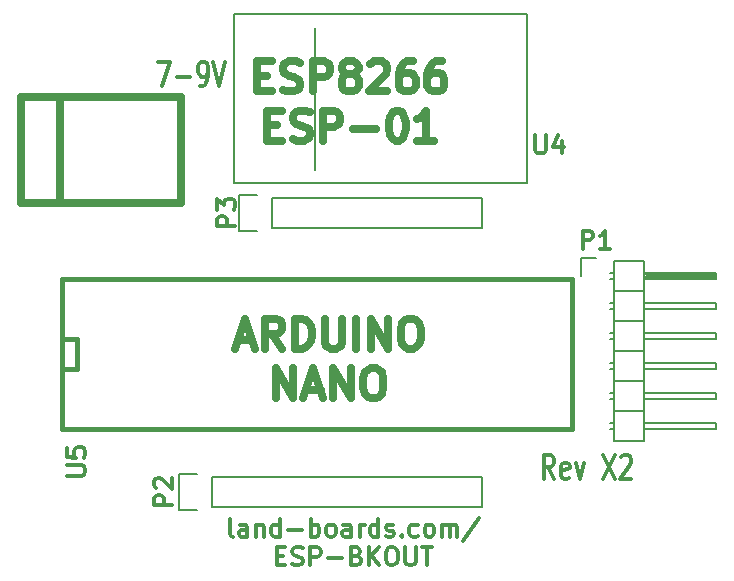
<source format=gto>
G04 #@! TF.FileFunction,Legend,Top*
%FSLAX46Y46*%
G04 Gerber Fmt 4.6, Leading zero omitted, Abs format (unit mm)*
G04 Created by KiCad (PCBNEW (after 2015-mar-04 BZR unknown)-product) date 8/29/2015 5:31:21 PM*
%MOMM*%
G01*
G04 APERTURE LIST*
%ADD10C,0.150000*%
%ADD11C,0.635000*%
%ADD12C,0.304800*%
%ADD13C,0.650000*%
%ADD14C,0.381000*%
G04 APERTURE END LIST*
D10*
D11*
X25025049Y-38967833D02*
X26234572Y-38967833D01*
X24783144Y-39693548D02*
X25629810Y-37153548D01*
X26476477Y-39693548D01*
X28774572Y-39693548D02*
X27927906Y-38484024D01*
X27323144Y-39693548D02*
X27323144Y-37153548D01*
X28290763Y-37153548D01*
X28532668Y-37274500D01*
X28653620Y-37395452D01*
X28774572Y-37637357D01*
X28774572Y-38000214D01*
X28653620Y-38242119D01*
X28532668Y-38363071D01*
X28290763Y-38484024D01*
X27323144Y-38484024D01*
X29863144Y-39693548D02*
X29863144Y-37153548D01*
X30467906Y-37153548D01*
X30830763Y-37274500D01*
X31072668Y-37516405D01*
X31193620Y-37758310D01*
X31314572Y-38242119D01*
X31314572Y-38604976D01*
X31193620Y-39088786D01*
X31072668Y-39330690D01*
X30830763Y-39572595D01*
X30467906Y-39693548D01*
X29863144Y-39693548D01*
X32403144Y-37153548D02*
X32403144Y-39209738D01*
X32524096Y-39451643D01*
X32645049Y-39572595D01*
X32886953Y-39693548D01*
X33370763Y-39693548D01*
X33612668Y-39572595D01*
X33733620Y-39451643D01*
X33854572Y-39209738D01*
X33854572Y-37153548D01*
X35064096Y-39693548D02*
X35064096Y-37153548D01*
X36273620Y-39693548D02*
X36273620Y-37153548D01*
X37725048Y-39693548D01*
X37725048Y-37153548D01*
X39418381Y-37153548D02*
X39902191Y-37153548D01*
X40144096Y-37274500D01*
X40386000Y-37516405D01*
X40506953Y-38000214D01*
X40506953Y-38846881D01*
X40386000Y-39330690D01*
X40144096Y-39572595D01*
X39902191Y-39693548D01*
X39418381Y-39693548D01*
X39176477Y-39572595D01*
X38934572Y-39330690D01*
X38813620Y-38846881D01*
X38813620Y-38000214D01*
X38934572Y-37516405D01*
X39176477Y-37274500D01*
X39418381Y-37153548D01*
X28290763Y-43884548D02*
X28290763Y-41344548D01*
X29742191Y-43884548D01*
X29742191Y-41344548D01*
X30830763Y-43158833D02*
X32040286Y-43158833D01*
X30588858Y-43884548D02*
X31435524Y-41344548D01*
X32282191Y-43884548D01*
X33128858Y-43884548D02*
X33128858Y-41344548D01*
X34580286Y-43884548D01*
X34580286Y-41344548D01*
X36273619Y-41344548D02*
X36757429Y-41344548D01*
X36999334Y-41465500D01*
X37241238Y-41707405D01*
X37362191Y-42191214D01*
X37362191Y-43037881D01*
X37241238Y-43521690D01*
X36999334Y-43763595D01*
X36757429Y-43884548D01*
X36273619Y-43884548D01*
X36031715Y-43763595D01*
X35789810Y-43521690D01*
X35668858Y-43037881D01*
X35668858Y-42191214D01*
X35789810Y-41707405D01*
X36031715Y-41465500D01*
X36273619Y-41344548D01*
X26682095Y-16582571D02*
X27528762Y-16582571D01*
X27891619Y-17913048D02*
X26682095Y-17913048D01*
X26682095Y-15373048D01*
X27891619Y-15373048D01*
X28859238Y-17792095D02*
X29222095Y-17913048D01*
X29826857Y-17913048D01*
X30068761Y-17792095D01*
X30189714Y-17671143D01*
X30310666Y-17429238D01*
X30310666Y-17187333D01*
X30189714Y-16945429D01*
X30068761Y-16824476D01*
X29826857Y-16703524D01*
X29343047Y-16582571D01*
X29101142Y-16461619D01*
X28980190Y-16340667D01*
X28859238Y-16098762D01*
X28859238Y-15856857D01*
X28980190Y-15614952D01*
X29101142Y-15494000D01*
X29343047Y-15373048D01*
X29947809Y-15373048D01*
X30310666Y-15494000D01*
X31399238Y-17913048D02*
X31399238Y-15373048D01*
X32366857Y-15373048D01*
X32608762Y-15494000D01*
X32729714Y-15614952D01*
X32850666Y-15856857D01*
X32850666Y-16219714D01*
X32729714Y-16461619D01*
X32608762Y-16582571D01*
X32366857Y-16703524D01*
X31399238Y-16703524D01*
X34302095Y-16461619D02*
X34060190Y-16340667D01*
X33939238Y-16219714D01*
X33818286Y-15977810D01*
X33818286Y-15856857D01*
X33939238Y-15614952D01*
X34060190Y-15494000D01*
X34302095Y-15373048D01*
X34785905Y-15373048D01*
X35027809Y-15494000D01*
X35148762Y-15614952D01*
X35269714Y-15856857D01*
X35269714Y-15977810D01*
X35148762Y-16219714D01*
X35027809Y-16340667D01*
X34785905Y-16461619D01*
X34302095Y-16461619D01*
X34060190Y-16582571D01*
X33939238Y-16703524D01*
X33818286Y-16945429D01*
X33818286Y-17429238D01*
X33939238Y-17671143D01*
X34060190Y-17792095D01*
X34302095Y-17913048D01*
X34785905Y-17913048D01*
X35027809Y-17792095D01*
X35148762Y-17671143D01*
X35269714Y-17429238D01*
X35269714Y-16945429D01*
X35148762Y-16703524D01*
X35027809Y-16582571D01*
X34785905Y-16461619D01*
X36237334Y-15614952D02*
X36358286Y-15494000D01*
X36600191Y-15373048D01*
X37204953Y-15373048D01*
X37446857Y-15494000D01*
X37567810Y-15614952D01*
X37688762Y-15856857D01*
X37688762Y-16098762D01*
X37567810Y-16461619D01*
X36116381Y-17913048D01*
X37688762Y-17913048D01*
X39865905Y-15373048D02*
X39382096Y-15373048D01*
X39140191Y-15494000D01*
X39019239Y-15614952D01*
X38777334Y-15977810D01*
X38656382Y-16461619D01*
X38656382Y-17429238D01*
X38777334Y-17671143D01*
X38898286Y-17792095D01*
X39140191Y-17913048D01*
X39624001Y-17913048D01*
X39865905Y-17792095D01*
X39986858Y-17671143D01*
X40107810Y-17429238D01*
X40107810Y-16824476D01*
X39986858Y-16582571D01*
X39865905Y-16461619D01*
X39624001Y-16340667D01*
X39140191Y-16340667D01*
X38898286Y-16461619D01*
X38777334Y-16582571D01*
X38656382Y-16824476D01*
X42284953Y-15373048D02*
X41801144Y-15373048D01*
X41559239Y-15494000D01*
X41438287Y-15614952D01*
X41196382Y-15977810D01*
X41075430Y-16461619D01*
X41075430Y-17429238D01*
X41196382Y-17671143D01*
X41317334Y-17792095D01*
X41559239Y-17913048D01*
X42043049Y-17913048D01*
X42284953Y-17792095D01*
X42405906Y-17671143D01*
X42526858Y-17429238D01*
X42526858Y-16824476D01*
X42405906Y-16582571D01*
X42284953Y-16461619D01*
X42043049Y-16340667D01*
X41559239Y-16340667D01*
X41317334Y-16461619D01*
X41196382Y-16582571D01*
X41075430Y-16824476D01*
X27528762Y-20773571D02*
X28375429Y-20773571D01*
X28738286Y-22104048D02*
X27528762Y-22104048D01*
X27528762Y-19564048D01*
X28738286Y-19564048D01*
X29705905Y-21983095D02*
X30068762Y-22104048D01*
X30673524Y-22104048D01*
X30915428Y-21983095D01*
X31036381Y-21862143D01*
X31157333Y-21620238D01*
X31157333Y-21378333D01*
X31036381Y-21136429D01*
X30915428Y-21015476D01*
X30673524Y-20894524D01*
X30189714Y-20773571D01*
X29947809Y-20652619D01*
X29826857Y-20531667D01*
X29705905Y-20289762D01*
X29705905Y-20047857D01*
X29826857Y-19805952D01*
X29947809Y-19685000D01*
X30189714Y-19564048D01*
X30794476Y-19564048D01*
X31157333Y-19685000D01*
X32245905Y-22104048D02*
X32245905Y-19564048D01*
X33213524Y-19564048D01*
X33455429Y-19685000D01*
X33576381Y-19805952D01*
X33697333Y-20047857D01*
X33697333Y-20410714D01*
X33576381Y-20652619D01*
X33455429Y-20773571D01*
X33213524Y-20894524D01*
X32245905Y-20894524D01*
X34785905Y-21136429D02*
X36721143Y-21136429D01*
X38414476Y-19564048D02*
X38656381Y-19564048D01*
X38898286Y-19685000D01*
X39019238Y-19805952D01*
X39140191Y-20047857D01*
X39261143Y-20531667D01*
X39261143Y-21136429D01*
X39140191Y-21620238D01*
X39019238Y-21862143D01*
X38898286Y-21983095D01*
X38656381Y-22104048D01*
X38414476Y-22104048D01*
X38172572Y-21983095D01*
X38051619Y-21862143D01*
X37930667Y-21620238D01*
X37809715Y-21136429D01*
X37809715Y-20531667D01*
X37930667Y-20047857D01*
X38051619Y-19805952D01*
X38172572Y-19685000D01*
X38414476Y-19564048D01*
X41680191Y-22104048D02*
X40228763Y-22104048D01*
X40954477Y-22104048D02*
X40954477Y-19564048D01*
X40712572Y-19926905D01*
X40470667Y-20168810D01*
X40228763Y-20289762D01*
D12*
X18251714Y-15397238D02*
X19267714Y-15397238D01*
X18614571Y-17429238D01*
X19848286Y-16655143D02*
X21009429Y-16655143D01*
X21807715Y-17429238D02*
X22098000Y-17429238D01*
X22243143Y-17332476D01*
X22315715Y-17235714D01*
X22460857Y-16945429D01*
X22533429Y-16558381D01*
X22533429Y-15784286D01*
X22460857Y-15590762D01*
X22388286Y-15494000D01*
X22243143Y-15397238D01*
X21952857Y-15397238D01*
X21807715Y-15494000D01*
X21735143Y-15590762D01*
X21662572Y-15784286D01*
X21662572Y-16268095D01*
X21735143Y-16461619D01*
X21807715Y-16558381D01*
X21952857Y-16655143D01*
X22243143Y-16655143D01*
X22388286Y-16558381D01*
X22460857Y-16461619D01*
X22533429Y-16268095D01*
X22968858Y-15397238D02*
X23476858Y-17429238D01*
X23984858Y-15397238D01*
X51815999Y-50703238D02*
X51307999Y-49735619D01*
X50945142Y-50703238D02*
X50945142Y-48671238D01*
X51525714Y-48671238D01*
X51670856Y-48768000D01*
X51743428Y-48864762D01*
X51815999Y-49058286D01*
X51815999Y-49348571D01*
X51743428Y-49542095D01*
X51670856Y-49638857D01*
X51525714Y-49735619D01*
X50945142Y-49735619D01*
X53049714Y-50606476D02*
X52904571Y-50703238D01*
X52614285Y-50703238D01*
X52469142Y-50606476D01*
X52396571Y-50412952D01*
X52396571Y-49638857D01*
X52469142Y-49445333D01*
X52614285Y-49348571D01*
X52904571Y-49348571D01*
X53049714Y-49445333D01*
X53122285Y-49638857D01*
X53122285Y-49832381D01*
X52396571Y-50025905D01*
X53630285Y-49348571D02*
X53993142Y-50703238D01*
X54356000Y-49348571D01*
X55952571Y-48671238D02*
X56968571Y-50703238D01*
X56968571Y-48671238D02*
X55952571Y-50703238D01*
X57476572Y-48864762D02*
X57549143Y-48768000D01*
X57694286Y-48671238D01*
X58057143Y-48671238D01*
X58202286Y-48768000D01*
X58274857Y-48864762D01*
X58347429Y-49058286D01*
X58347429Y-49251810D01*
X58274857Y-49542095D01*
X57404000Y-50703238D01*
X58347429Y-50703238D01*
X24601715Y-55604229D02*
X24456573Y-55531657D01*
X24384001Y-55386514D01*
X24384001Y-54080229D01*
X25835430Y-55604229D02*
X25835430Y-54805943D01*
X25762859Y-54660800D01*
X25617716Y-54588229D01*
X25327430Y-54588229D01*
X25182287Y-54660800D01*
X25835430Y-55531657D02*
X25690287Y-55604229D01*
X25327430Y-55604229D01*
X25182287Y-55531657D01*
X25109716Y-55386514D01*
X25109716Y-55241371D01*
X25182287Y-55096229D01*
X25327430Y-55023657D01*
X25690287Y-55023657D01*
X25835430Y-54951086D01*
X26561144Y-54588229D02*
X26561144Y-55604229D01*
X26561144Y-54733371D02*
X26633716Y-54660800D01*
X26778858Y-54588229D01*
X26996573Y-54588229D01*
X27141716Y-54660800D01*
X27214287Y-54805943D01*
X27214287Y-55604229D01*
X28593144Y-55604229D02*
X28593144Y-54080229D01*
X28593144Y-55531657D02*
X28448001Y-55604229D01*
X28157715Y-55604229D01*
X28012573Y-55531657D01*
X27940001Y-55459086D01*
X27867430Y-55313943D01*
X27867430Y-54878514D01*
X27940001Y-54733371D01*
X28012573Y-54660800D01*
X28157715Y-54588229D01*
X28448001Y-54588229D01*
X28593144Y-54660800D01*
X29318858Y-55023657D02*
X30480001Y-55023657D01*
X31205715Y-55604229D02*
X31205715Y-54080229D01*
X31205715Y-54660800D02*
X31350858Y-54588229D01*
X31641144Y-54588229D01*
X31786287Y-54660800D01*
X31858858Y-54733371D01*
X31931429Y-54878514D01*
X31931429Y-55313943D01*
X31858858Y-55459086D01*
X31786287Y-55531657D01*
X31641144Y-55604229D01*
X31350858Y-55604229D01*
X31205715Y-55531657D01*
X32802286Y-55604229D02*
X32657144Y-55531657D01*
X32584572Y-55459086D01*
X32512001Y-55313943D01*
X32512001Y-54878514D01*
X32584572Y-54733371D01*
X32657144Y-54660800D01*
X32802286Y-54588229D01*
X33020001Y-54588229D01*
X33165144Y-54660800D01*
X33237715Y-54733371D01*
X33310286Y-54878514D01*
X33310286Y-55313943D01*
X33237715Y-55459086D01*
X33165144Y-55531657D01*
X33020001Y-55604229D01*
X32802286Y-55604229D01*
X34616572Y-55604229D02*
X34616572Y-54805943D01*
X34544001Y-54660800D01*
X34398858Y-54588229D01*
X34108572Y-54588229D01*
X33963429Y-54660800D01*
X34616572Y-55531657D02*
X34471429Y-55604229D01*
X34108572Y-55604229D01*
X33963429Y-55531657D01*
X33890858Y-55386514D01*
X33890858Y-55241371D01*
X33963429Y-55096229D01*
X34108572Y-55023657D01*
X34471429Y-55023657D01*
X34616572Y-54951086D01*
X35342286Y-55604229D02*
X35342286Y-54588229D01*
X35342286Y-54878514D02*
X35414858Y-54733371D01*
X35487429Y-54660800D01*
X35632572Y-54588229D01*
X35777715Y-54588229D01*
X36938858Y-55604229D02*
X36938858Y-54080229D01*
X36938858Y-55531657D02*
X36793715Y-55604229D01*
X36503429Y-55604229D01*
X36358287Y-55531657D01*
X36285715Y-55459086D01*
X36213144Y-55313943D01*
X36213144Y-54878514D01*
X36285715Y-54733371D01*
X36358287Y-54660800D01*
X36503429Y-54588229D01*
X36793715Y-54588229D01*
X36938858Y-54660800D01*
X37592001Y-55531657D02*
X37737144Y-55604229D01*
X38027429Y-55604229D01*
X38172572Y-55531657D01*
X38245144Y-55386514D01*
X38245144Y-55313943D01*
X38172572Y-55168800D01*
X38027429Y-55096229D01*
X37809715Y-55096229D01*
X37664572Y-55023657D01*
X37592001Y-54878514D01*
X37592001Y-54805943D01*
X37664572Y-54660800D01*
X37809715Y-54588229D01*
X38027429Y-54588229D01*
X38172572Y-54660800D01*
X38898286Y-55459086D02*
X38970858Y-55531657D01*
X38898286Y-55604229D01*
X38825715Y-55531657D01*
X38898286Y-55459086D01*
X38898286Y-55604229D01*
X40277143Y-55531657D02*
X40132000Y-55604229D01*
X39841714Y-55604229D01*
X39696572Y-55531657D01*
X39624000Y-55459086D01*
X39551429Y-55313943D01*
X39551429Y-54878514D01*
X39624000Y-54733371D01*
X39696572Y-54660800D01*
X39841714Y-54588229D01*
X40132000Y-54588229D01*
X40277143Y-54660800D01*
X41148000Y-55604229D02*
X41002858Y-55531657D01*
X40930286Y-55459086D01*
X40857715Y-55313943D01*
X40857715Y-54878514D01*
X40930286Y-54733371D01*
X41002858Y-54660800D01*
X41148000Y-54588229D01*
X41365715Y-54588229D01*
X41510858Y-54660800D01*
X41583429Y-54733371D01*
X41656000Y-54878514D01*
X41656000Y-55313943D01*
X41583429Y-55459086D01*
X41510858Y-55531657D01*
X41365715Y-55604229D01*
X41148000Y-55604229D01*
X42309143Y-55604229D02*
X42309143Y-54588229D01*
X42309143Y-54733371D02*
X42381715Y-54660800D01*
X42526857Y-54588229D01*
X42744572Y-54588229D01*
X42889715Y-54660800D01*
X42962286Y-54805943D01*
X42962286Y-55604229D01*
X42962286Y-54805943D02*
X43034857Y-54660800D01*
X43180000Y-54588229D01*
X43397715Y-54588229D01*
X43542857Y-54660800D01*
X43615429Y-54805943D01*
X43615429Y-55604229D01*
X45429715Y-54007657D02*
X44123429Y-55967086D01*
X28339143Y-57244343D02*
X28847143Y-57244343D01*
X29064857Y-58042629D02*
X28339143Y-58042629D01*
X28339143Y-56518629D01*
X29064857Y-56518629D01*
X29645429Y-57970057D02*
X29863143Y-58042629D01*
X30226000Y-58042629D01*
X30371143Y-57970057D01*
X30443714Y-57897486D01*
X30516286Y-57752343D01*
X30516286Y-57607200D01*
X30443714Y-57462057D01*
X30371143Y-57389486D01*
X30226000Y-57316914D01*
X29935714Y-57244343D01*
X29790572Y-57171771D01*
X29718000Y-57099200D01*
X29645429Y-56954057D01*
X29645429Y-56808914D01*
X29718000Y-56663771D01*
X29790572Y-56591200D01*
X29935714Y-56518629D01*
X30298572Y-56518629D01*
X30516286Y-56591200D01*
X31169429Y-58042629D02*
X31169429Y-56518629D01*
X31750001Y-56518629D01*
X31895143Y-56591200D01*
X31967715Y-56663771D01*
X32040286Y-56808914D01*
X32040286Y-57026629D01*
X31967715Y-57171771D01*
X31895143Y-57244343D01*
X31750001Y-57316914D01*
X31169429Y-57316914D01*
X32693429Y-57462057D02*
X33854572Y-57462057D01*
X35088286Y-57244343D02*
X35306000Y-57316914D01*
X35378572Y-57389486D01*
X35451143Y-57534629D01*
X35451143Y-57752343D01*
X35378572Y-57897486D01*
X35306000Y-57970057D01*
X35160858Y-58042629D01*
X34580286Y-58042629D01*
X34580286Y-56518629D01*
X35088286Y-56518629D01*
X35233429Y-56591200D01*
X35306000Y-56663771D01*
X35378572Y-56808914D01*
X35378572Y-56954057D01*
X35306000Y-57099200D01*
X35233429Y-57171771D01*
X35088286Y-57244343D01*
X34580286Y-57244343D01*
X36104286Y-58042629D02*
X36104286Y-56518629D01*
X36975143Y-58042629D02*
X36322000Y-57171771D01*
X36975143Y-56518629D02*
X36104286Y-57389486D01*
X37918572Y-56518629D02*
X38208858Y-56518629D01*
X38354000Y-56591200D01*
X38499143Y-56736343D01*
X38571715Y-57026629D01*
X38571715Y-57534629D01*
X38499143Y-57824914D01*
X38354000Y-57970057D01*
X38208858Y-58042629D01*
X37918572Y-58042629D01*
X37773429Y-57970057D01*
X37628286Y-57824914D01*
X37555715Y-57534629D01*
X37555715Y-57026629D01*
X37628286Y-56736343D01*
X37773429Y-56591200D01*
X37918572Y-56518629D01*
X39224857Y-56518629D02*
X39224857Y-57752343D01*
X39297429Y-57897486D01*
X39370000Y-57970057D01*
X39515143Y-58042629D01*
X39805429Y-58042629D01*
X39950571Y-57970057D01*
X40023143Y-57897486D01*
X40095714Y-57752343D01*
X40095714Y-56518629D01*
X40603714Y-56518629D02*
X41474571Y-56518629D01*
X41039142Y-58042629D02*
X41039142Y-56518629D01*
D13*
X10000000Y-27400000D02*
X10000000Y-18400000D01*
X6700000Y-18400000D02*
X6700000Y-27400000D01*
X6700000Y-18400000D02*
X20200000Y-18400000D01*
X20200000Y-18400000D02*
X20200000Y-27400000D01*
X6700000Y-27400000D02*
X20200000Y-27400000D01*
D14*
X10160000Y-33782000D02*
X53340000Y-33782000D01*
X53340000Y-33782000D02*
X53340000Y-46482000D01*
X53340000Y-46482000D02*
X10160000Y-46482000D01*
X10160000Y-46482000D02*
X10160000Y-33782000D01*
X10160000Y-41402000D02*
X11430000Y-41402000D01*
X11430000Y-41402000D02*
X11430000Y-38862000D01*
X11430000Y-38862000D02*
X10160000Y-38862000D01*
D10*
X31530000Y-24542000D02*
X31530000Y-12542000D01*
X49530000Y-25692000D02*
X24730000Y-25692000D01*
X24730000Y-25692000D02*
X24730000Y-11392000D01*
X24730000Y-11392000D02*
X49530000Y-11392000D01*
X49530000Y-11392000D02*
X49530000Y-25692000D01*
X22860000Y-50546000D02*
X45720000Y-50546000D01*
X45720000Y-50546000D02*
X45720000Y-53086000D01*
X45720000Y-53086000D02*
X22860000Y-53086000D01*
X20040000Y-50266000D02*
X21590000Y-50266000D01*
X22860000Y-50546000D02*
X22860000Y-53086000D01*
X21590000Y-53366000D02*
X20040000Y-53366000D01*
X20040000Y-53366000D02*
X20040000Y-50266000D01*
X27940000Y-26924000D02*
X45720000Y-26924000D01*
X45720000Y-26924000D02*
X45720000Y-29464000D01*
X45720000Y-29464000D02*
X27940000Y-29464000D01*
X25120000Y-26644000D02*
X26670000Y-26644000D01*
X27940000Y-26924000D02*
X27940000Y-29464000D01*
X26670000Y-29744000D02*
X25120000Y-29744000D01*
X25120000Y-29744000D02*
X25120000Y-26644000D01*
X54072000Y-31978000D02*
X54072000Y-33528000D01*
X55372000Y-31978000D02*
X54072000Y-31978000D01*
X59563000Y-33401000D02*
X65405000Y-33401000D01*
X65405000Y-33401000D02*
X65405000Y-33655000D01*
X65405000Y-33655000D02*
X59563000Y-33655000D01*
X59563000Y-33655000D02*
X59563000Y-33528000D01*
X59563000Y-33528000D02*
X65405000Y-33528000D01*
X56896000Y-33274000D02*
X56515000Y-33274000D01*
X56896000Y-33782000D02*
X56515000Y-33782000D01*
X56896000Y-35814000D02*
X56515000Y-35814000D01*
X56896000Y-36322000D02*
X56515000Y-36322000D01*
X56896000Y-38354000D02*
X56515000Y-38354000D01*
X56896000Y-38862000D02*
X56515000Y-38862000D01*
X56896000Y-46482000D02*
X56515000Y-46482000D01*
X56896000Y-45974000D02*
X56515000Y-45974000D01*
X56896000Y-43942000D02*
X56515000Y-43942000D01*
X56896000Y-43434000D02*
X56515000Y-43434000D01*
X56896000Y-41402000D02*
X56515000Y-41402000D01*
X56896000Y-40894000D02*
X56515000Y-40894000D01*
X56896000Y-32258000D02*
X59436000Y-32258000D01*
X56896000Y-34798000D02*
X59436000Y-34798000D01*
X56896000Y-34798000D02*
X56896000Y-37338000D01*
X56896000Y-37338000D02*
X59436000Y-37338000D01*
X59436000Y-35814000D02*
X65532000Y-35814000D01*
X65532000Y-35814000D02*
X65532000Y-36322000D01*
X65532000Y-36322000D02*
X59436000Y-36322000D01*
X59436000Y-37338000D02*
X59436000Y-34798000D01*
X59436000Y-34798000D02*
X59436000Y-32258000D01*
X65532000Y-33782000D02*
X59436000Y-33782000D01*
X65532000Y-33274000D02*
X65532000Y-33782000D01*
X59436000Y-33274000D02*
X65532000Y-33274000D01*
X56896000Y-34798000D02*
X59436000Y-34798000D01*
X56896000Y-32258000D02*
X56896000Y-34798000D01*
X56896000Y-42418000D02*
X59436000Y-42418000D01*
X56896000Y-42418000D02*
X56896000Y-44958000D01*
X56896000Y-44958000D02*
X59436000Y-44958000D01*
X59436000Y-43434000D02*
X65532000Y-43434000D01*
X65532000Y-43434000D02*
X65532000Y-43942000D01*
X65532000Y-43942000D02*
X59436000Y-43942000D01*
X59436000Y-44958000D02*
X59436000Y-42418000D01*
X59436000Y-47498000D02*
X59436000Y-44958000D01*
X65532000Y-46482000D02*
X59436000Y-46482000D01*
X65532000Y-45974000D02*
X65532000Y-46482000D01*
X59436000Y-45974000D02*
X65532000Y-45974000D01*
X56896000Y-47498000D02*
X59436000Y-47498000D01*
X56896000Y-44958000D02*
X56896000Y-47498000D01*
X56896000Y-44958000D02*
X59436000Y-44958000D01*
X56896000Y-39878000D02*
X59436000Y-39878000D01*
X56896000Y-39878000D02*
X56896000Y-42418000D01*
X56896000Y-42418000D02*
X59436000Y-42418000D01*
X59436000Y-40894000D02*
X65532000Y-40894000D01*
X65532000Y-40894000D02*
X65532000Y-41402000D01*
X65532000Y-41402000D02*
X59436000Y-41402000D01*
X59436000Y-42418000D02*
X59436000Y-39878000D01*
X59436000Y-39878000D02*
X59436000Y-37338000D01*
X65532000Y-38862000D02*
X59436000Y-38862000D01*
X65532000Y-38354000D02*
X65532000Y-38862000D01*
X59436000Y-38354000D02*
X65532000Y-38354000D01*
X56896000Y-39878000D02*
X59436000Y-39878000D01*
X56896000Y-37338000D02*
X56896000Y-39878000D01*
X56896000Y-37338000D02*
X59436000Y-37338000D01*
D12*
X10595429Y-50437143D02*
X11829143Y-50437143D01*
X11974286Y-50364571D01*
X12046857Y-50292000D01*
X12119429Y-50146857D01*
X12119429Y-49856571D01*
X12046857Y-49711429D01*
X11974286Y-49638857D01*
X11829143Y-49566286D01*
X10595429Y-49566286D01*
X10595429Y-48114858D02*
X10595429Y-48840572D01*
X11321143Y-48913143D01*
X11248571Y-48840572D01*
X11176000Y-48695429D01*
X11176000Y-48332572D01*
X11248571Y-48187429D01*
X11321143Y-48114858D01*
X11466286Y-48042286D01*
X11829143Y-48042286D01*
X11974286Y-48114858D01*
X12046857Y-48187429D01*
X12119429Y-48332572D01*
X12119429Y-48695429D01*
X12046857Y-48840572D01*
X11974286Y-48913143D01*
X50210357Y-21644429D02*
X50210357Y-22878143D01*
X50282929Y-23023286D01*
X50355500Y-23095857D01*
X50500643Y-23168429D01*
X50790929Y-23168429D01*
X50936071Y-23095857D01*
X51008643Y-23023286D01*
X51081214Y-22878143D01*
X51081214Y-21644429D01*
X52460071Y-22152429D02*
X52460071Y-23168429D01*
X52097214Y-21571857D02*
X51734357Y-22660429D01*
X52677785Y-22660429D01*
X19485429Y-52940857D02*
X17961429Y-52940857D01*
X17961429Y-52360285D01*
X18034000Y-52215143D01*
X18106571Y-52142571D01*
X18251714Y-52070000D01*
X18469429Y-52070000D01*
X18614571Y-52142571D01*
X18687143Y-52215143D01*
X18759714Y-52360285D01*
X18759714Y-52940857D01*
X18106571Y-51489428D02*
X18034000Y-51416857D01*
X17961429Y-51271714D01*
X17961429Y-50908857D01*
X18034000Y-50763714D01*
X18106571Y-50691143D01*
X18251714Y-50618571D01*
X18396857Y-50618571D01*
X18614571Y-50691143D01*
X19485429Y-51562000D01*
X19485429Y-50618571D01*
X24819429Y-29318857D02*
X23295429Y-29318857D01*
X23295429Y-28738285D01*
X23368000Y-28593143D01*
X23440571Y-28520571D01*
X23585714Y-28448000D01*
X23803429Y-28448000D01*
X23948571Y-28520571D01*
X24021143Y-28593143D01*
X24093714Y-28738285D01*
X24093714Y-29318857D01*
X23295429Y-27940000D02*
X23295429Y-26996571D01*
X23876000Y-27504571D01*
X23876000Y-27286857D01*
X23948571Y-27141714D01*
X24021143Y-27069143D01*
X24166286Y-26996571D01*
X24529143Y-26996571D01*
X24674286Y-27069143D01*
X24746857Y-27141714D01*
X24819429Y-27286857D01*
X24819429Y-27722285D01*
X24746857Y-27867428D01*
X24674286Y-27940000D01*
X54247143Y-31232929D02*
X54247143Y-29708929D01*
X54827715Y-29708929D01*
X54972857Y-29781500D01*
X55045429Y-29854071D01*
X55118000Y-29999214D01*
X55118000Y-30216929D01*
X55045429Y-30362071D01*
X54972857Y-30434643D01*
X54827715Y-30507214D01*
X54247143Y-30507214D01*
X56569429Y-31232929D02*
X55698572Y-31232929D01*
X56134000Y-31232929D02*
X56134000Y-29708929D01*
X55988857Y-29926643D01*
X55843715Y-30071786D01*
X55698572Y-30144357D01*
M02*

</source>
